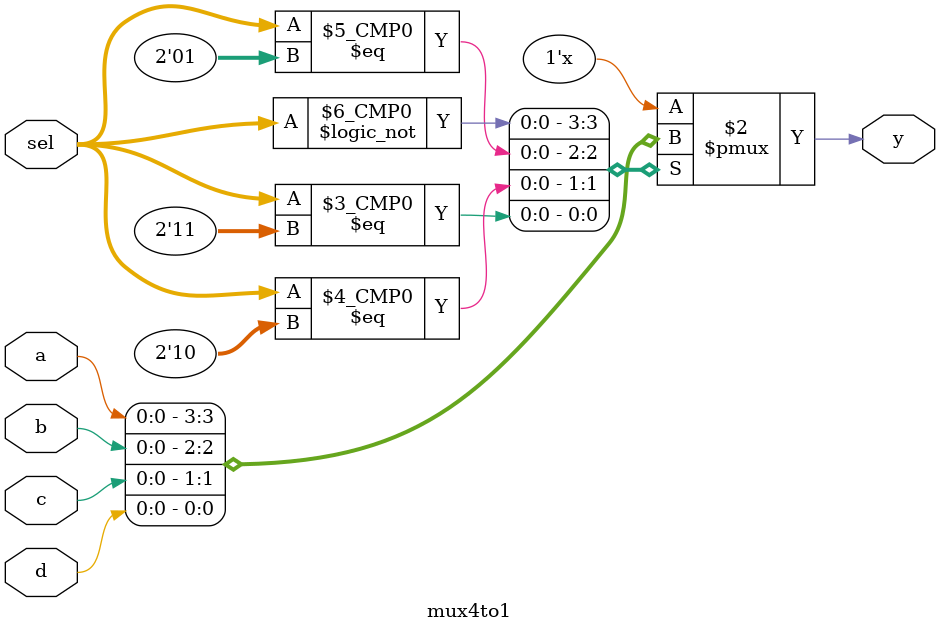
<source format=v>
module mux4to1 (
    input a, input b, input c, input d, input [1:0] sel, output reg y
);
   always@(sel,a,b) begin
    case (sel)
        2'b00 : y = a;
        2'b01 : y = b;
        2'b10 : y = c;
        2'b11 : y = d; 
    endcase
   end
endmodule
</source>
